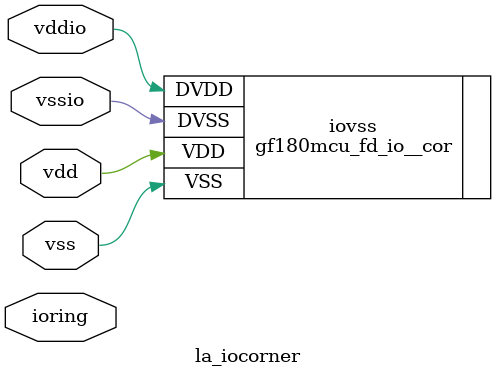
<source format=v>
module la_iocorner
  #(
    parameter TYPE = "DEFAULT", // cell type
    parameter SIDE  = "NO",      // "NO", "SO", "EA", "WE"
    parameter RINGW =  8         // width of io ring
    )
   (
    inout 	vdd, // core supply
    inout 	vss, // core ground
    inout 	vddio, // io supply
    inout 	vssio, // io ground
    inout [RINGW-1:0] ioring // generic io-ring interface
    );

   gf180mcu_fd_io__cor
     iovss (.DVDD(vddio),
	    .DVSS(vssio),
	    .VDD(vdd),
	    .VSS(vss));

endmodule

</source>
